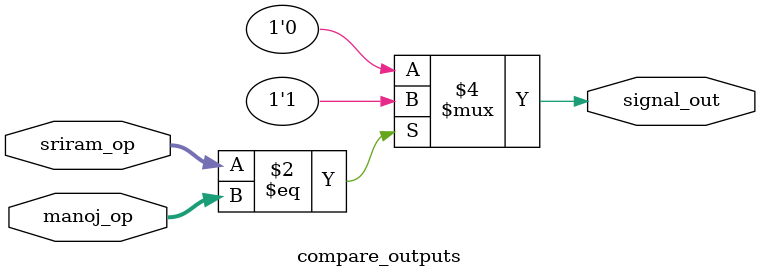
<source format=v>
module compare_outputs(sriram_op, manoj_op, signal_out);
input[20:0] sriram_op, manoj_op;
output reg signal_out;

always @(sriram_op, manoj_op )
begin
if(sriram_op == manoj_op)
signal_out<= 1'b1;
else
signal_out<= 1'b0;
end
endmodule

</source>
